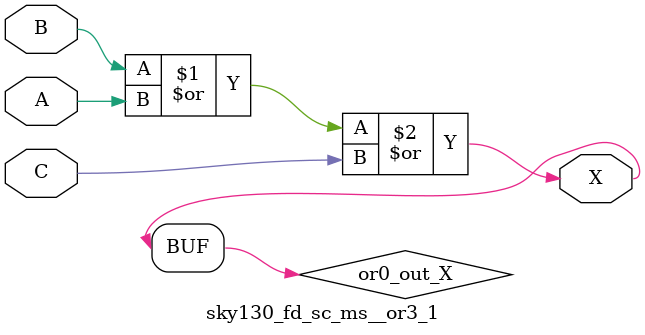
<source format=v>
/*
 * Copyright 2020 The SkyWater PDK Authors
 *
 * Licensed under the Apache License, Version 2.0 (the "License");
 * you may not use this file except in compliance with the License.
 * You may obtain a copy of the License at
 *
 *     https://www.apache.org/licenses/LICENSE-2.0
 *
 * Unless required by applicable law or agreed to in writing, software
 * distributed under the License is distributed on an "AS IS" BASIS,
 * WITHOUT WARRANTIES OR CONDITIONS OF ANY KIND, either express or implied.
 * See the License for the specific language governing permissions and
 * limitations under the License.
 *
 * SPDX-License-Identifier: Apache-2.0
*/


`ifndef SKY130_FD_SC_MS__OR3_1_FUNCTIONAL_V
`define SKY130_FD_SC_MS__OR3_1_FUNCTIONAL_V

/**
 * or3: 3-input OR.
 *
 * Verilog simulation functional model.
 */

`timescale 1ns / 1ps
`default_nettype none

`celldefine
module sky130_fd_sc_ms__or3_1 (
    X,
    A,
    B,
    C
);

    // Module ports
    output X;
    input  A;
    input  B;
    input  C;

    // Local signals
    wire or0_out_X;

    //  Name  Output     Other arguments
    or  or0  (or0_out_X, B, A, C        );
    buf buf0 (X        , or0_out_X      );

endmodule
`endcelldefine

`default_nettype wire
`endif  // SKY130_FD_SC_MS__OR3_1_FUNCTIONAL_V

</source>
